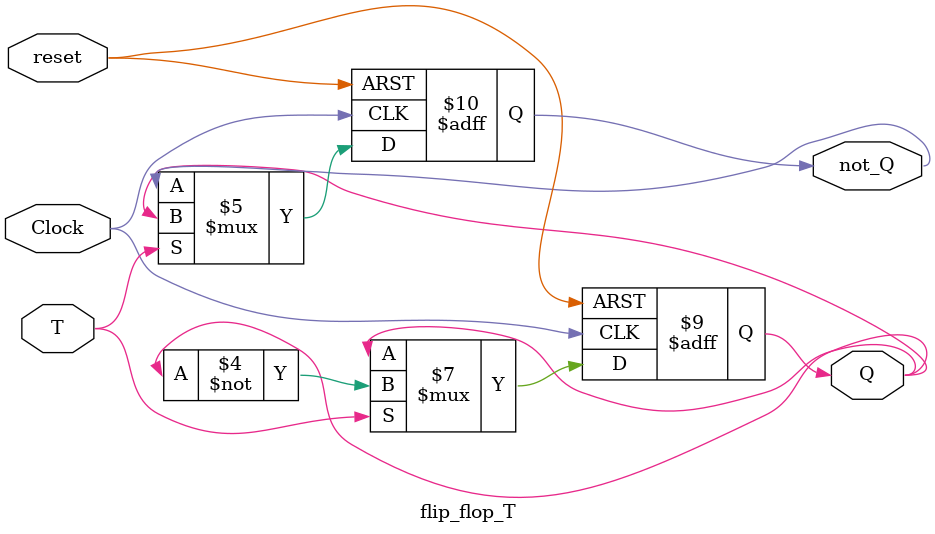
<source format=v>
module flip_flop_T (Clock, T, Q, not_Q, reset);
    input Clock, T, reset;
    output reg Q, not_Q; 
    always @(negedge reset, posedge Clock) begin
        if (reset == 0) begin
            Q = 1;
            not_Q = 0;
        end 
        else if (T == 1) begin
            Q <= ~Q;
            not_Q <= Q;
        end 
    end
endmodule
</source>
